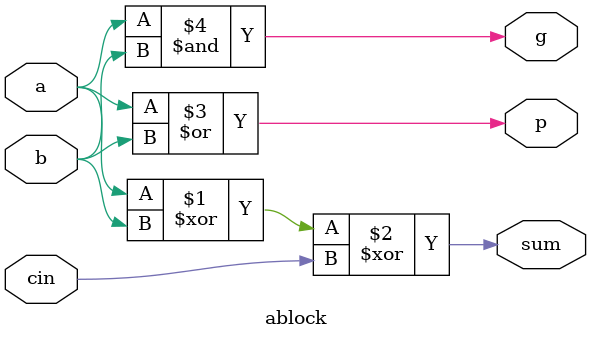
<source format=v>
`timescale 1ns / 1ps

module ablock(
    input a, b, cin,
    output sum, p, g
    );
    
    assign sum = a ^ b ^ cin;
    assign p = a | b;
    assign g = a & b;
    
endmodule

</source>
